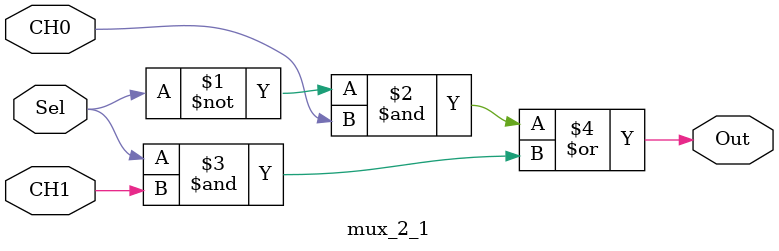
<source format=v>
module mux_2_1 (

    input wire CH0,
    input wire CH1,
    input wire Sel,
    output wire Out

);

assign Out = (~Sel & CH0) | (Sel & CH1);



endmodule
</source>
